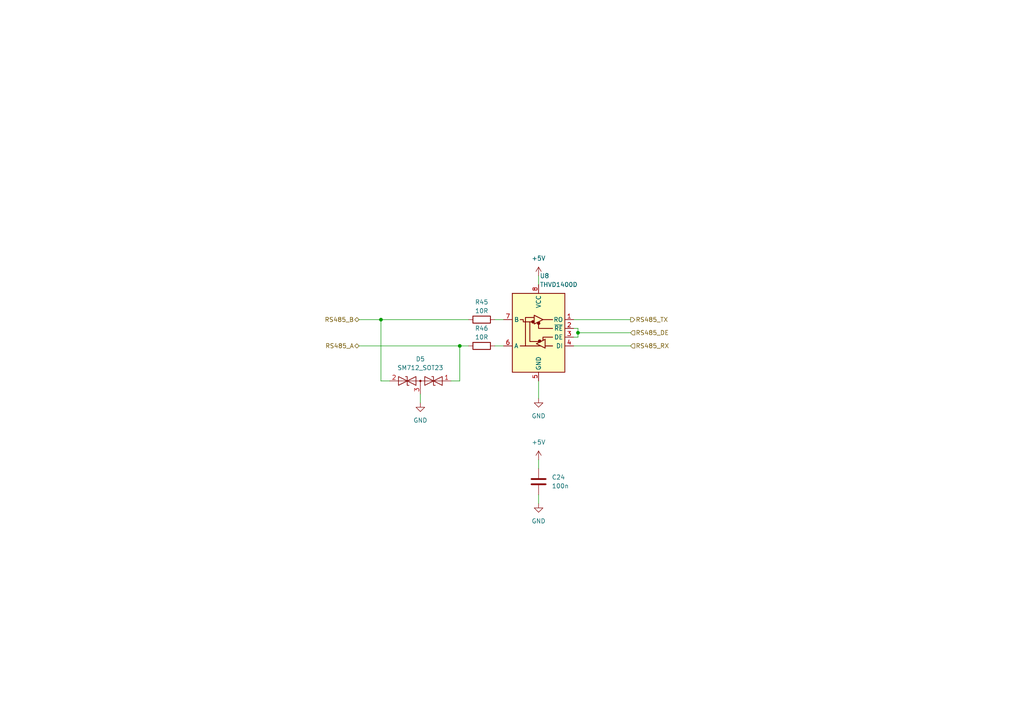
<source format=kicad_sch>
(kicad_sch (version 20230121) (generator eeschema)
  (paper "A4")
  (lib_symbols
    (symbol "Device:C" (pin_numbers hide) (pin_names (offset 0.254))
      (property "Reference" "C" (at 0.635 2.54 0))
      (property "Value" "C" (at 0.635 -2.54 0))
      (symbol "C_0_1"
        (polyline (pts (xy -2.032 -0.762) (xy 2.032 -0.762)) (stroke (width 0.508)))
        (polyline (pts (xy -2.032 0.762) (xy 2.032 0.762)) (stroke (width 0.508)))
      )
      (symbol "C_1_1"
        (pin passive line (at 0 3.81 270) (length 2.794) (name "~") (number "1"))
        (pin passive line (at 0 -3.81 90) (length 2.794) (name "~") (number "2"))
      )
    )
    (symbol "Device:R" (pin_numbers hide) (pin_names (offset 0))
      (property "Reference" "R" (at 2.032 0 90))
      (property "Value" "R" (at 0 0 90))
      (symbol "R_0_1"
        (rectangle (start -1.016 -2.54) (end 1.016 2.54) (stroke (width 0.254)))
      )
      (symbol "R_1_1"
        (pin passive line (at 0 3.81 270) (length 1.27) (name "~") (number "1"))
        (pin passive line (at 0 -3.81 90) (length 1.27) (name "~") (number "2"))
      )
    )
    (symbol "Diode:SM712_SOT23" (pin_names (offset 1.016) hide)
      (property "Reference" "D" (at 0 4.445 0))
      (property "Value" "SM712_SOT23" (at 0 2.54 0))
      (symbol "SM712_SOT23_0_0"
        (polyline (pts (xy 0 -1.27) (xy 0 0)))
      )
      (symbol "SM712_SOT23_0_1"
        (polyline (pts (xy -6.35 0) (xy 6.35 0)))
        (polyline (pts (xy -3.302 1.27) (xy -3.81 1.27) (xy -3.81 -1.27) (xy -4.318 -1.27)) (stroke (width 0.2032)))
        (polyline (pts (xy 4.318 1.27) (xy 3.81 1.27) (xy 3.81 -1.27) (xy 3.302 -1.27)) (stroke (width 0.2032)))
        (polyline (pts (xy -6.35 -1.27) (xy -1.27 1.27) (xy -1.27 -1.27) (xy -6.35 1.27) (xy -6.35 -1.27)) (stroke (width 0.2032)))
        (polyline (pts (xy 1.27 -1.27) (xy 1.27 1.27) (xy 6.35 -1.27) (xy 6.35 1.27) (xy 1.27 -1.27)) (stroke (width 0.2032)))
        (circle (center 0 0) (radius 0.254) (fill (type outline)))
      )
      (symbol "SM712_SOT23_1_1"
        (pin passive line (at -8.89 0 0) (length 2.54) (name "A1") (number "1"))
        (pin passive line (at 8.89 0 180) (length 2.54) (name "A2") (number "2"))
        (pin input line (at 0 -3.81 90) (length 2.54) (name "common") (number "3"))
      )
    )
    (symbol "Interface_UART:THVD1400D"
      (property "Reference" "U" (at -6.096 11.43 0))
      (property "Value" "THVD1400D" (at 0.762 11.43 0))
      (symbol "THVD1400D_0_1"
        (rectangle (start -7.62 10.16) (end 7.62 -12.7) (stroke (width 0.254)) (fill (type background)))
        (circle (center -0.3048 -3.683) (radius 0.3556) (stroke (width 0.254)) (fill (type outline)))
        (circle (center -0.0254 1.4986) (radius 0.3556) (stroke (width 0.254)) (fill (type outline)))
        (polyline (pts (xy -4.064 -5.08) (xy -1.905 -5.08)) (stroke (width 0.254)))
        (polyline (pts (xy -4.064 2.54) (xy -1.27 2.54)) (stroke (width 0.254)))
        (polyline (pts (xy -1.27 -3.2004) (xy -1.27 -3.4544)) (stroke (width 0.254)))
        (polyline (pts (xy -0.635 -5.08) (xy 5.334 -5.08)) (stroke (width 0.254)))
        (polyline (pts (xy -4.064 -2.54) (xy -1.27 -2.54) (xy -1.27 -3.175)) (stroke (width 0.254)))
        (polyline (pts (xy 0 1.27) (xy 0 0) (xy -4.064 0)) (stroke (width 0.254)))
        (polyline (pts (xy 1.27 3.175) (xy 3.81 3.175) (xy 3.81 -5.08)) (stroke (width 0.254)))
        (polyline (pts (xy 2.54 1.905) (xy 2.54 -3.81) (xy 0 -3.81)) (stroke (width 0.254)))
        (polyline (pts (xy -1.905 -3.175) (xy -1.905 -5.715) (xy 0.635 -4.445) (xy -1.905 -3.175)) (stroke (width 0.254)))
        (polyline (pts (xy -1.27 2.54) (xy 1.27 3.81) (xy 1.27 1.27) (xy -1.27 2.54)) (stroke (width 0.254)))
        (polyline (pts (xy 1.905 1.905) (xy 4.445 1.905) (xy 4.445 2.54) (xy 5.334 2.54)) (stroke (width 0.254)))
        (rectangle (start 1.27 3.175) (end 1.27 3.175))
        (circle (center 1.651 1.905) (radius 0.3556) (stroke (width 0.254)) (fill (type outline)))
      )
      (symbol "THVD1400D_1_1"
        (pin output line (at -10.16 2.54 0) (length 2.54) (name "RO") (number "1"))
        (pin input line (at -10.16 0 0) (length 2.54) (name "~{RE}") (number "2"))
        (pin input line (at -10.16 -2.54 0) (length 2.54) (name "DE") (number "3"))
        (pin input line (at -10.16 -5.08 0) (length 2.54) (name "DI") (number "4"))
        (pin power_in line (at 0 -15.24 90) (length 2.54) (name "GND") (number "5"))
        (pin bidirectional line (at 10.16 -5.08 180) (length 2.54) (name "A") (number "6"))
        (pin bidirectional line (at 10.16 2.54 180) (length 2.54) (name "B") (number "7"))
        (pin power_in line (at 0 12.7 270) (length 2.54) (name "VCC") (number "8"))
      )
    )
    (symbol "power:+5V" (power) (pin_names (offset 0))
      (property "Value" "+5V" (at 0 3.556 0))
      (symbol "+5V_0_1"
        (polyline (pts (xy -0.762 1.27) (xy 0 2.54)))
        (polyline (pts (xy 0 0) (xy 0 2.54)))
        (polyline (pts (xy 0 2.54) (xy 0.762 1.27)))
      )
      (symbol "+5V_1_1"
        (pin power_in line (at 0 0 90) (length 0) hide (name "+5V") (number "1"))
      )
    )
    (symbol "power:GND" (power) (pin_names (offset 0))
      (property "Value" "GND" (at 0 -3.81 0))
      (symbol "GND_0_1"
        (polyline (pts (xy 0 0) (xy 0 -1.27) (xy 1.27 -1.27) (xy 0 -2.54) (xy -1.27 -1.27) (xy 0 -1.27)))
      )
      (symbol "GND_1_1"
        (pin power_in line (at 0 0 270) (length 0) hide (name "GND") (number "1"))
      )
    )
  )
  (junction (at 167.64 96.52))
  (junction (at 110.49 92.71))
  (junction (at 133.35 100.33))
  (wire (pts (xy 156.21 80.01) (xy 156.21 82.55)))
  (wire (pts (xy 166.37 95.25) (xy 167.64 95.25)))
  (wire (pts (xy 110.49 92.71) (xy 135.89 92.71)))
  (wire (pts (xy 156.21 110.49) (xy 156.21 115.57)))
  (wire (pts (xy 133.35 110.49) (xy 133.35 100.33)))
  (wire (pts (xy 167.64 96.52) (xy 182.88 96.52)))
  (wire (pts (xy 130.81 110.49) (xy 133.35 110.49)))
  (wire (pts (xy 113.03 110.49) (xy 110.49 110.49)))
  (wire (pts (xy 143.51 92.71) (xy 146.05 92.71)))
  (wire (pts (xy 156.21 143.51) (xy 156.21 146.05)))
  (wire (pts (xy 104.14 92.71) (xy 110.49 92.71)))
  (wire (pts (xy 167.64 96.52) (xy 167.64 97.79)))
  (wire (pts (xy 143.51 100.33) (xy 146.05 100.33)))
  (wire (pts (xy 166.37 97.79) (xy 167.64 97.79)))
  (wire (pts (xy 166.37 100.33) (xy 182.88 100.33)))
  (wire (pts (xy 167.64 95.25) (xy 167.64 96.52)))
  (wire (pts (xy 104.14 100.33) (xy 133.35 100.33)))
  (wire (pts (xy 121.92 114.3) (xy 121.92 116.84)))
  (wire (pts (xy 166.37 92.71) (xy 182.88 92.71)))
  (wire (pts (xy 110.49 110.49) (xy 110.49 92.71)))
  (wire (pts (xy 156.21 133.35) (xy 156.21 135.89)))
  (wire (pts (xy 133.35 100.33) (xy 135.89 100.33)))
  (hierarchical_label "RS485_RX" (shape input) (at 182.88 100.33 0))
  (hierarchical_label "RS485_A" (shape bidirectional) (at 104.14 100.33 180))
  (hierarchical_label "RS485_B" (shape bidirectional) (at 104.14 92.71 180))
  (hierarchical_label "RS485_TX" (shape output) (at 182.88 92.71 0))
  (hierarchical_label "RS485_DE" (shape input) (at 182.88 96.52 0))
  (symbol (lib_id "Device:C") (at 156.21 139.7 0) (unit 1)
    (property "Reference" "C24" (at 160.02 138.43 0) (effects (justify left)))
    (property "Value" "100n" (at 160.02 140.97 0) (effects (justify left)))
    (property "Footprint" "Capacitor_SMD:C_0402_1005Metric" (effects hide))
    (property "LCSC" "C1525" (effects hide))
  )
  (symbol (lib_id "Interface_UART:THVD1400D") (at 156.21 95.25 0) (mirror y) (unit 1)
    (property "Reference" "U8" (at 156.5559 80.01 0) (effects (justify right)))
    (property "Value" "THVD1400D" (at 156.5559 82.55 0) (effects (justify right)))
    (property "Footprint" "Package_SO:SOIC-8_3.9x4.9mm_P1.27mm" (effects hide))
    (property "Datasheet" "https://www.ti.com/lit/ds/symlink/thvd1420.pdf" (effects hide))
    (property "LCSC" "C3235232" (effects hide))
  )
  (symbol (lib_id "power:GND") (at 156.21 115.57 0) (unit 1)
    (property "Reference" "#PWR069" (effects hide))
    (property "Value" "GND" (at 156.21 120.65 0))
  )
  (symbol (lib_id "Diode:SM712_SOT23") (at 121.92 110.49 0) (mirror y) (unit 1)
    (property "Reference" "D5" (at 121.92 104.14 0))
    (property "Value" "SM712_SOT23" (at 121.92 106.68 0))
    (property "Footprint" "Package_TO_SOT_SMD:SOT-23" (effects hide))
    (property "Datasheet" "https://www.littelfuse.com/~/media/electronics/datasheets/tvs_diode_arrays/littelfuse_tvs_diode_array_sm712_datasheet.pdf.pdf" (effects hide))
    (property "LCSC" "C172881" (effects hide))
  )
  (symbol (lib_id "power:GND") (at 156.21 146.05 0) (unit 1)
    (property "Reference" "#PWR073" (effects hide))
    (property "Value" "GND" (at 156.21 151.13 0))
  )
  (symbol (lib_id "Device:R") (at 139.7 100.33 90) (unit 1)
    (property "Reference" "R46" (at 139.7 95.25 90))
    (property "Value" "10R" (at 139.7 97.79 90))
    (property "Footprint" "Resistor_SMD:R_0603_1608Metric" (effects hide))
  )
  (symbol (lib_id "power:GND") (at 121.92 116.84 0) (unit 1)
    (property "Reference" "#PWR070" (effects hide))
    (property "Value" "GND" (at 121.92 121.92 0))
  )
  (symbol (lib_id "Device:R") (at 139.7 92.71 90) (unit 1)
    (property "Reference" "R45" (at 139.7 87.63 90))
    (property "Value" "10R" (at 139.7 90.17 90))
    (property "Footprint" "Resistor_SMD:R_0603_1608Metric" (effects hide))
  )
  (symbol (lib_id "power:+5V") (at 156.21 133.35 0) (unit 1)
    (property "Reference" "#PWR072" (effects hide))
    (property "Value" "+5V" (at 156.21 128.27 0))
  )
  (symbol (lib_id "power:+5V") (at 156.21 80.01 0) (unit 1)
    (property "Reference" "#PWR071" (effects hide))
    (property "Value" "+5V" (at 156.21 74.93 0))
  )
)
</source>
